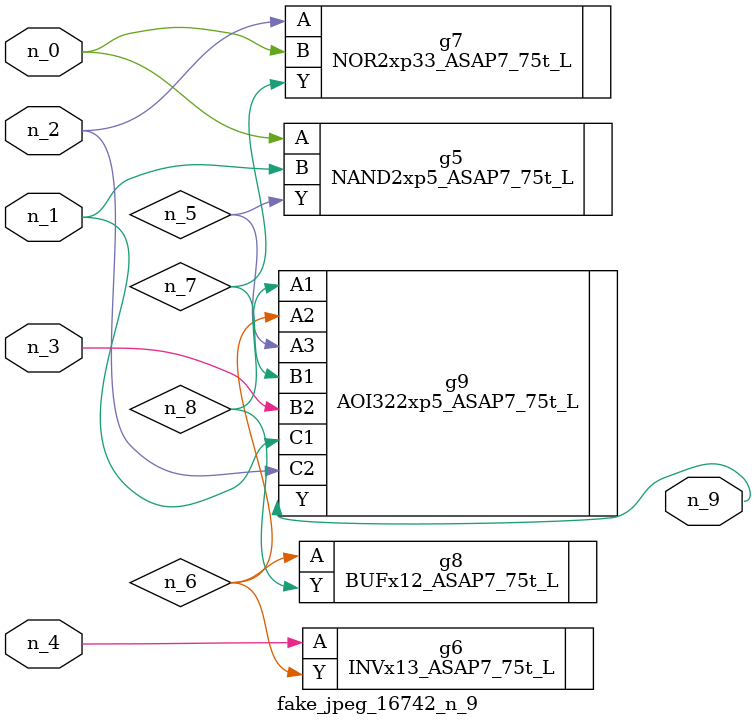
<source format=v>
module fake_jpeg_16742_n_9 (n_3, n_2, n_1, n_0, n_4, n_9);

input n_3;
input n_2;
input n_1;
input n_0;
input n_4;

output n_9;

wire n_8;
wire n_6;
wire n_5;
wire n_7;

NAND2xp5_ASAP7_75t_L g5 ( 
.A(n_0),
.B(n_1),
.Y(n_5)
);

INVx13_ASAP7_75t_L g6 ( 
.A(n_4),
.Y(n_6)
);

NOR2xp33_ASAP7_75t_L g7 ( 
.A(n_2),
.B(n_0),
.Y(n_7)
);

BUFx12_ASAP7_75t_L g8 ( 
.A(n_6),
.Y(n_8)
);

AOI322xp5_ASAP7_75t_L g9 ( 
.A1(n_8),
.A2(n_6),
.A3(n_5),
.B1(n_7),
.B2(n_3),
.C1(n_1),
.C2(n_2),
.Y(n_9)
);


endmodule
</source>
